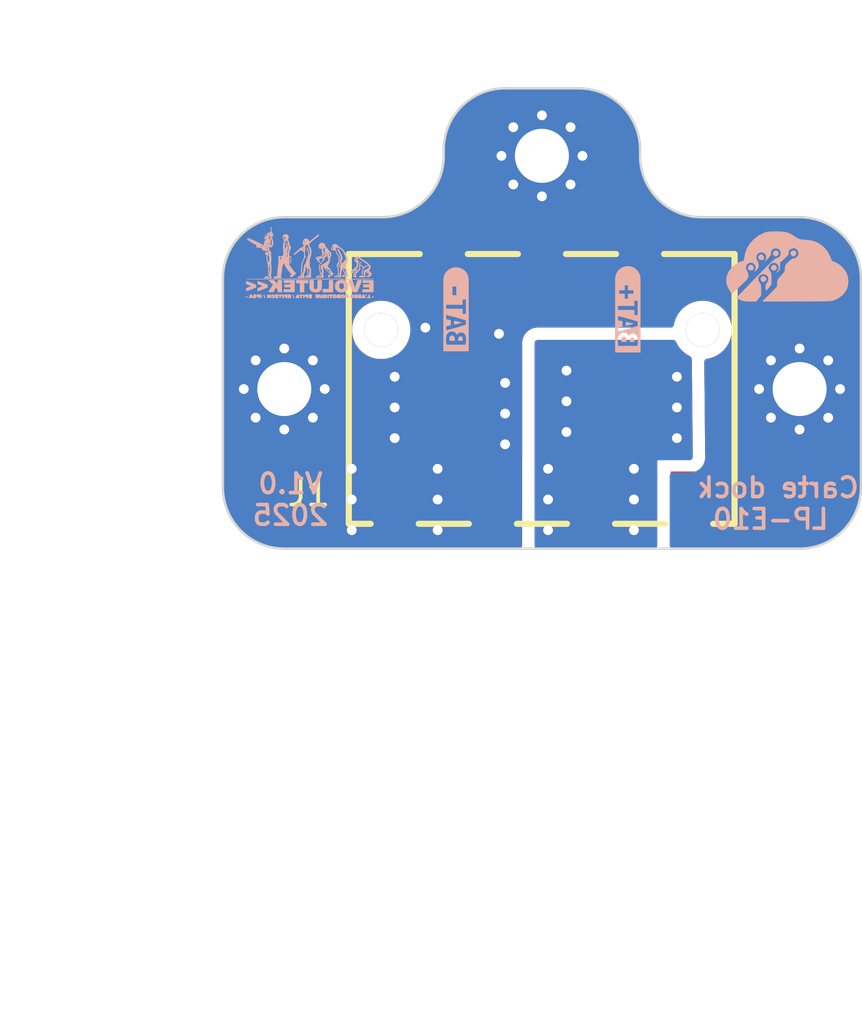
<source format=kicad_pcb>
(kicad_pcb (version 20221018) (generator pcbnew)
  (layers (0 "F.Cu" signal) (31 "B.Cu" signal) (34 "B.Paste" user) (35 "F.Paste" user) (36 "B.SilkS" user "B.Silkscreen") (37 "F.SilkS" user "F.Silkscreen") (38 "B.Mask" user) (39 "F.Mask" user) (44 "Edge.Cuts" user))
  (net 0 "")
  (net 1 "-BATT")
  (net 3 "+BATT")
  (footprint "MountingHole:MountingHole_2.2mm_M2_Pad_Via" (layer "F.Cu") (at 39.5 50)
    (fp_text reference "H1" hide)
    (fp_text value "M2")
    (pad "1" thru_hole circle (at -1.65 0) (size 0.7 0.7) (drill 0.4) (layers "*.Cu" "*.Mask") (net 1 "-BATT"))
    (pad "1" thru_hole circle (at -1.166726 -1.166726) (size 0.7 0.7) (drill 0.4) (layers "*.Cu" "*.Mask") (net 1 "-BATT"))
    (pad "1" thru_hole circle (at -1.166726 1.166726) (size 0.7 0.7) (drill 0.4) (layers "*.Cu" "*.Mask") (net 1 "-BATT"))
    (pad "1" thru_hole circle (at 0 -1.65) (size 0.7 0.7) (drill 0.4) (layers "*.Cu" "*.Mask") (net 1 "-BATT"))
    (pad "1" thru_hole circle (at 0 0) (size 4.4 4.4) (drill 2.2) (layers "*.Cu" "*.Mask") (net 1 "-BATT"))
    (pad "1" thru_hole circle (at 0 1.65) (size 0.7 0.7) (drill 0.4) (layers "*.Cu" "*.Mask") (net 1 "-BATT"))
    (pad "1" thru_hole circle (at 1.166726 -1.166726) (size 0.7 0.7) (drill 0.4) (layers "*.Cu" "*.Mask") (net 1 "-BATT"))
    (pad "1" thru_hole circle (at 1.166726 1.166726) (size 0.7 0.7) (drill 0.4) (layers "*.Cu" "*.Mask") (net 1 "-BATT"))
    (pad "1" thru_hole circle (at 1.65 0) (size 0.7 0.7) (drill 0.4) (layers "*.Cu" "*.Mask") (net 1 "-BATT"))
  )
  (footprint "MountingHole:MountingHole_2.2mm_M2_Pad_Via" (layer "F.Cu") (at 60.5 50)
    (fp_text reference "H2" hide)
    (fp_text value "M2")
    (pad "1" thru_hole circle (at -1.65 0) (size 0.7 0.7) (drill 0.4) (layers "*.Cu" "*.Mask") (net 1 "-BATT"))
    (pad "1" thru_hole circle (at -1.166726 -1.166726) (size 0.7 0.7) (drill 0.4) (layers "*.Cu" "*.Mask") (net 1 "-BATT"))
    (pad "1" thru_hole circle (at -1.166726 1.166726) (size 0.7 0.7) (drill 0.4) (layers "*.Cu" "*.Mask") (net 1 "-BATT"))
    (pad "1" thru_hole circle (at 0 -1.65) (size 0.7 0.7) (drill 0.4) (layers "*.Cu" "*.Mask") (net 1 "-BATT"))
    (pad "1" thru_hole circle (at 0 0) (size 4.4 4.4) (drill 2.2) (layers "*.Cu" "*.Mask") (net 1 "-BATT"))
    (pad "1" thru_hole circle (at 0 1.65) (size 0.7 0.7) (drill 0.4) (layers "*.Cu" "*.Mask") (net 1 "-BATT"))
    (pad "1" thru_hole circle (at 1.166726 -1.166726) (size 0.7 0.7) (drill 0.4) (layers "*.Cu" "*.Mask") (net 1 "-BATT"))
    (pad "1" thru_hole circle (at 1.166726 1.166726) (size 0.7 0.7) (drill 0.4) (layers "*.Cu" "*.Mask") (net 1 "-BATT"))
    (pad "1" thru_hole circle (at 1.65 0) (size 0.7 0.7) (drill 0.4) (layers "*.Cu" "*.Mask") (net 1 "-BATT"))
  )
  (footprint "MountingHole:MountingHole_2.2mm_M2_Pad_Via" (layer "F.Cu") (at 50 40.5)
    (fp_text reference "H3" hide)
    (fp_text value "M2")
    (pad "1" thru_hole circle (at -1.65 0) (size 0.7 0.7) (drill 0.4) (layers "*.Cu" "*.Mask") (net 1 "-BATT"))
    (pad "1" thru_hole circle (at -1.166726 -1.166726) (size 0.7 0.7) (drill 0.4) (layers "*.Cu" "*.Mask") (net 1 "-BATT"))
    (pad "1" thru_hole circle (at -1.166726 1.166726) (size 0.7 0.7) (drill 0.4) (layers "*.Cu" "*.Mask") (net 1 "-BATT"))
    (pad "1" thru_hole circle (at 0 -1.65) (size 0.7 0.7) (drill 0.4) (layers "*.Cu" "*.Mask") (net 1 "-BATT"))
    (pad "1" thru_hole circle (at 0 0) (size 4.4 4.4) (drill 2.2) (layers "*.Cu" "*.Mask") (net 1 "-BATT"))
    (pad "1" thru_hole circle (at 0 1.65) (size 0.7 0.7) (drill 0.4) (layers "*.Cu" "*.Mask") (net 1 "-BATT"))
    (pad "1" thru_hole circle (at 1.166726 -1.166726) (size 0.7 0.7) (drill 0.4) (layers "*.Cu" "*.Mask") (net 1 "-BATT"))
    (pad "1" thru_hole circle (at 1.166726 1.166726) (size 0.7 0.7) (drill 0.4) (layers "*.Cu" "*.Mask") (net 1 "-BATT"))
    (pad "1" thru_hole circle (at 1.65 0) (size 0.7 0.7) (drill 0.4) (layers "*.Cu" "*.Mask") (net 1 "-BATT"))
  )
  (footprint "ConnectorsEvo:18K314305" (layer "F.Cu") (at 50 50)
    (fp_text reference "J1" (at -9.5 4.25) (layer "F.SilkS"))
    (fp_text value "Conn_01x04_MountingPin")
    (pad "" thru_hole circle (at -6.55 -2.41) (size 1.37 1.37) (drill 1.37) (layers "*.Cu" "*.Mask"))
    (pad "" thru_hole circle (at 6.55 -2.41) (size 1.37 1.37) (drill 1.37) (layers "*.Cu" "*.Mask"))
    (pad "1" smd rect (at -6 4.76) (size 1.5 2.8) (layers "F.Cu" "F.Paste" "F.Mask") (net 1 "-BATT"))
    (pad "2" smd rect (at -2 4.76) (size 1.5 2.8) (layers "F.Cu" "F.Paste" "F.Mask"))
    (pad "3" smd rect (at 2 4.76) (size 1.5 2.8) (layers "F.Cu" "F.Paste" "F.Mask") (net 3 "+BATT"))
    (pad "4" smd rect (at 6 4.76) (size 1.5 2.8) (layers "F.Cu" "F.Paste" "F.Mask"))
    (pad "MP" smd rect (at -4 -4.77) (size 1.5 2.8) (layers "F.Cu" "F.Paste" "F.Mask") (net 1 "-BATT"))
    (pad "MP" smd rect (at 0 -4.77) (size 1.5 2.8) (layers "F.Cu" "F.Paste" "F.Mask") (net 1 "-BATT"))
    (pad "MP" smd rect (at 4 -4.77) (size 1.5 2.8) (layers "F.Cu" "F.Paste" "F.Mask") (net 1 "-BATT"))
  )
  (footprint "MarkingEvo:logo-evo-micro" (layer "B.Cu") (at 40.5 44.8 180)
    (fp_text reference "LB1" hide)
    (fp_text value "LOGO" hide)
  )
  (footprint "MarkingEvo:Logo Aisler Micro" (layer "B.Cu") (at 60 45 180)
    (fp_text reference "LB2" hide)
    (fp_text value "LOGO" hide)
  )
  (footprint "kibuzzard-67C63C0E" (layer "B.Cu") (at 53.5 46.75 90)
    (fp_text reference "kibuzzard-67C63C0E" hide)
    (fp_text value "G***" hide)
  )
  (footprint "kibuzzard-67C63C1C" (layer "B.Cu") (at 46.5 46.75 90)
    (fp_text reference "kibuzzard-67C63C1C" hide)
    (fp_text value "G***" hide)
  )
  (footprint "ConnectorsEvo:Pad 4x2mm" (layer "B.Cu") (at 53.5 50.5 -90)
    (fp_text reference "J2" hide)
    (fp_text value "Pad")
    (pad "1" smd roundrect (at 0 0 270) (size 4 2) (layers "B.Cu" "B.Paste" "B.Mask") (net 3 "+BATT"))
  )
  (footprint "ConnectorsEvo:Pad 4x2mm" (layer "B.Cu") (at 46.5 50.5 -90)
    (fp_text reference "J3" hide)
    (fp_text value "Pad")
    (pad "1" smd roundrect (at 0 0 270) (size 4 2) (layers "B.Cu" "B.Paste" "B.Mask") (net 1 "-BATT"))
  )
  (gr_line (start 46 40.25) (end 46 40.5) (stroke (width 0.1)) (layer "Edge.Cuts"))
  (gr_line (start 39.5 43) (end 43.5 43) (stroke (width 0.1)) (layer "Edge.Cuts"))
  (gr_line (start 39.5 56.5) (end 60.5 56.5) (stroke (width 0.1)) (layer "Edge.Cuts"))
  (gr_arc (start 37 45.5) (mid 37.732233 43.732233) (end 39.5 43) (stroke (width 0.1)) (layer "Edge.Cuts"))
  (gr_arc (start 60.5 43) (mid 62.267767 43.732233) (end 63 45.5) (stroke (width 0.1)) (layer "Edge.Cuts"))
  (gr_line (start 56.5 43) (end 60.5 43) (stroke (width 0.1)) (layer "Edge.Cuts"))
  (gr_arc (start 39.5 56.5) (mid 37.732234 55.767767) (end 37 54) (stroke (width 0.1)) (layer "Edge.Cuts"))
  (gr_line (start 54 40.25) (end 54 40.5) (stroke (width 0.1)) (layer "Edge.Cuts"))
  (gr_arc (start 63 54) (mid 62.267767 55.767767) (end 60.5 56.5) (stroke (width 0.1)) (layer "Edge.Cuts"))
  (gr_line (start 51.5 37.75) (end 48.5 37.75) (stroke (width 0.1)) (layer "Edge.Cuts"))
  (gr_arc (start 46 40.25) (mid 46.732233 38.482233) (end 48.5 37.75) (stroke (width 0.1)) (layer "Edge.Cuts"))
  (gr_line (start 63 45.5) (end 63 54) (stroke (width 0.1)) (layer "Edge.Cuts"))
  (gr_arc (start 51.5 37.75) (mid 53.267767 38.482233) (end 54 40.25) (stroke (width 0.1)) (layer "Edge.Cuts"))
  (gr_arc (start 56.5 43) (mid 54.732233 42.267767) (end 54 40.5) (stroke (width 0.1)) (layer "Edge.Cuts"))
  (gr_arc (start 46 40.5) (mid 45.267767 42.267767) (end 43.5 43) (stroke (width 0.1)) (layer "Edge.Cuts"))
  (gr_line (start 37 45.5) (end 37 54) (stroke (width 0.1)) (layer "Edge.Cuts"))
  (gr_text "Carte dock \nLP-E10\n" (at 59.32 54.66) (layer "B.SilkS") (effects (font (size 0.8 0.8)) (justify mirror)))
  (gr_text "V1.0\n2025" (at 39.75 54.5) (layer "B.SilkS") (effects (font (size 0.8 0.8)) (justify mirror)))
  (via (at 42.25 55.75) (size 0.8) (drill 0.4) (layers "F.Cu" "B.Cu") (net 1))
  (via (at 45.75 55.75) (size 0.8) (drill 0.4) (layers "F.Cu" "B.Cu") (net 1))
  (via (at 45.75 53.25) (size 0.8) (drill 0.4) (layers "F.Cu" "B.Cu") (net 1))
  (via (at 45.75 54.5) (size 0.8) (drill 0.4) (layers "F.Cu" "B.Cu") (net 1))
  (via (at 48.25 47.75) (size 0.8) (drill 0.4) (layers "F.Cu" "B.Cu") (net 1))
  (via (at 44 52) (size 0.8) (drill 0.4) (layers "F.Cu" "B.Cu") (net 1))
  (via (at 48.5 51) (size 0.8) (drill 0.4) (layers "F.Cu" "B.Cu") (net 1))
  (via (at 42.25 54.5) (size 0.8) (drill 0.4) (layers "F.Cu" "B.Cu") (net 1))
  (via (at 48.5 49.75) (size 0.8) (drill 0.4) (layers "F.Cu" "B.Cu") (net 1))
  (via (at 45.25 47.5) (size 0.8) (drill 0.4) (layers "F.Cu" "B.Cu") (net 1))
  (via (at 44 50.75) (size 0.8) (drill 0.4) (layers "F.Cu" "B.Cu") (net 1))
  (via (at 44 49.5) (size 0.8) (drill 0.4) (layers "F.Cu" "B.Cu") (net 1))
  (via (at 42.25 53.25) (size 0.8) (drill 0.4) (layers "F.Cu" "B.Cu") (net 1))
  (via (at 48.5 52.25) (size 0.8) (drill 0.4) (layers "F.Cu" "B.Cu") (net 1))
  (via (at 53.75 55.75) (size 0.8) (drill 0.4) (layers "F.Cu" "B.Cu") (net 3))
  (via (at 53.75 54.5) (size 0.8) (drill 0.4) (layers "F.Cu" "B.Cu") (net 3))
  (via (at 55.5 50.75) (size 0.8) (drill 0.4) (layers "F.Cu" "B.Cu") (net 3))
  (via (at 51 49.25) (size 0.8) (drill 0.4) (layers "F.Cu" "B.Cu") (net 3))
  (via (at 51 51.75) (size 0.8) (drill 0.4) (layers "F.Cu" "B.Cu") (net 3))
  (via (at 50.25 54.5) (size 0.8) (drill 0.4) (layers "F.Cu" "B.Cu") (net 3))
  (via (at 51 50.5) (size 0.8) (drill 0.4) (layers "F.Cu" "B.Cu") (net 3))
  (via (at 50.25 55.75) (size 0.8) (drill 0.4) (layers "F.Cu" "B.Cu") (net 3))
  (via (at 53.75 53.25) (size 0.8) (drill 0.4) (layers "F.Cu" "B.Cu") (net 3))
  (via (at 55.5 49.5) (size 0.8) (drill 0.4) (layers "F.Cu" "B.Cu") (net 3))
  (via (at 50.25 53.25) (size 0.8) (drill 0.4) (layers "F.Cu" "B.Cu") (net 3))
  (via (at 55.5 52) (size 0.8) (drill 0.4) (layers "F.Cu" "B.Cu") (net 3))
  (zone (net 3) (net_name "+BATT") (layers "F&B.Cu") (priority 1) (connect_pads yes (clearance 0.5)) (min_thickness 0.25) (fill yes (thermal_gap 0.5) (thermal_bridge_width 0.5))
    (polygon (pts (xy 49.7 56.5) (xy 49.7 48) (xy 56.1 48) (xy 56.15 52.9) (xy 54.7 52.9) (xy 54.7 56.5)))
  )
  (zone (net 1) (net_name "-BATT") (layers "F&B.Cu") (connect_pads yes (clearance 0.5)) (min_thickness 0.25) (fill yes (thermal_gap 0.5) (thermal_bridge_width 0.5))
    (polygon (pts (xy 37 37.75) (xy 63 37.75) (xy 63 56.5) (xy 37 56.5)))
  )
)
</source>
